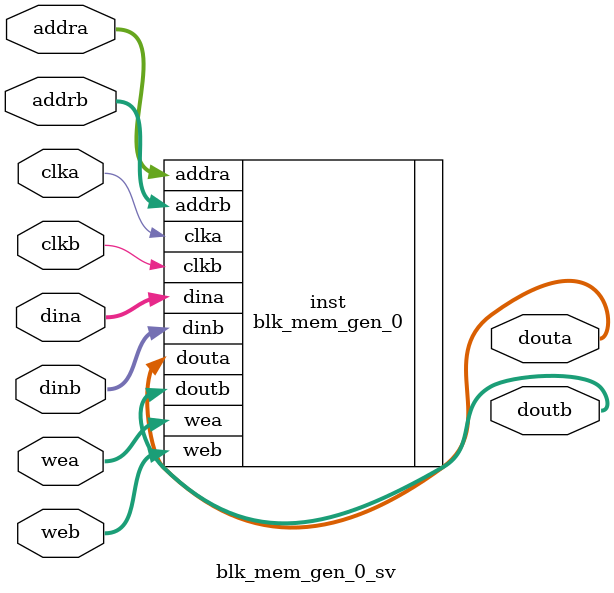
<source format=sv>


`timescale 1ps / 1ps

`include "vivado_interfaces.svh"

module blk_mem_gen_0_sv (
  (* X_INTERFACE_IGNORE = "true" *)
  input wire clka,
  (* X_INTERFACE_IGNORE = "true" *)
  input wire [3:0] wea,
  (* X_INTERFACE_IGNORE = "true" *)
  input wire [12:0] addra,
  (* X_INTERFACE_IGNORE = "true" *)
  input wire [31:0] dina,
  (* X_INTERFACE_IGNORE = "true" *)
  output wire [31:0] douta,
  (* X_INTERFACE_IGNORE = "true" *)
  input wire clkb,
  (* X_INTERFACE_IGNORE = "true" *)
  input wire [3:0] web,
  (* X_INTERFACE_IGNORE = "true" *)
  input wire [12:0] addrb,
  (* X_INTERFACE_IGNORE = "true" *)
  input wire [31:0] dinb,
  (* X_INTERFACE_IGNORE = "true" *)
  output wire [31:0] doutb
);

  blk_mem_gen_0 inst (
    .clka(clka),
    .wea(wea),
    .addra(addra),
    .dina(dina),
    .douta(douta),
    .clkb(clkb),
    .web(web),
    .addrb(addrb),
    .dinb(dinb),
    .doutb(doutb)
  );

endmodule

</source>
